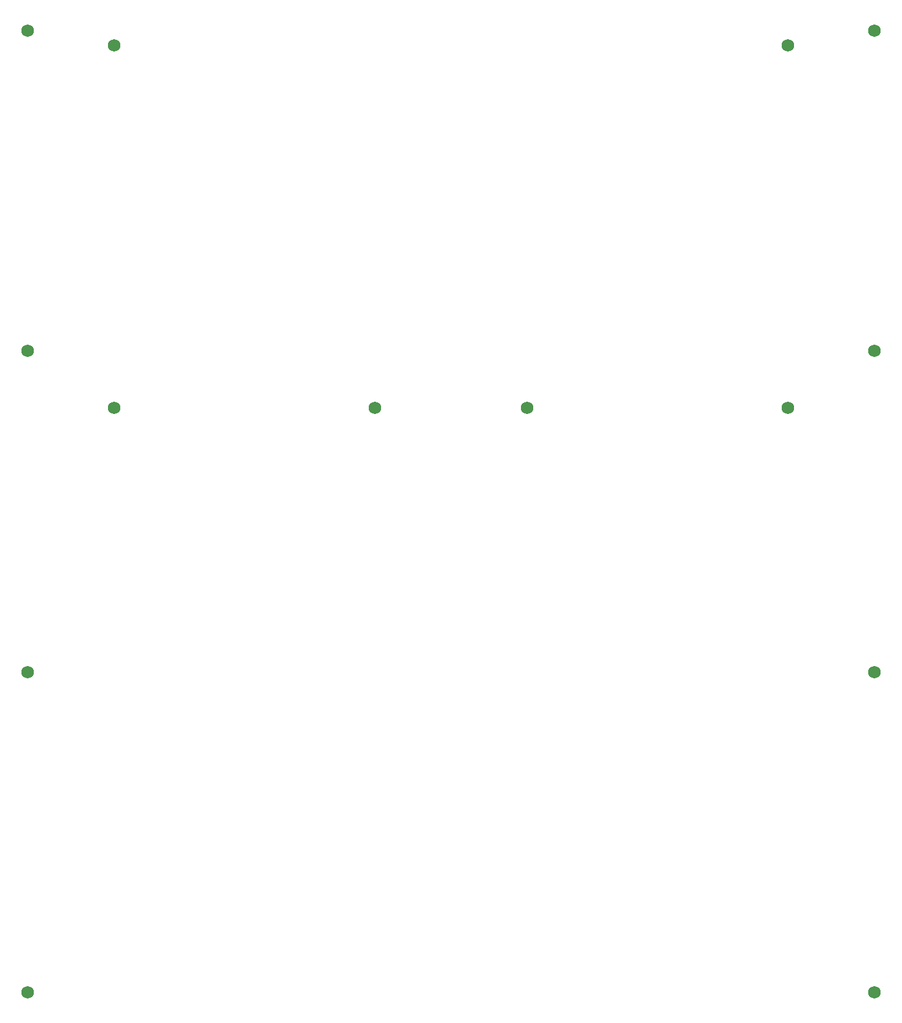
<source format=gts>
G04 Layer_Color=20142*
%FSLAX25Y25*%
%MOIN*%
G70*
G01*
G75*
%ADD11C,0.06800*%
D11*
X124409Y147638D02*
D03*
Y321654D02*
D03*
Y670472D02*
D03*
Y496457D02*
D03*
X584252D02*
D03*
Y670472D02*
D03*
Y321654D02*
D03*
Y147638D02*
D03*
X171260Y662205D02*
D03*
X537402D02*
D03*
X395669Y465354D02*
D03*
X312992D02*
D03*
X537402D02*
D03*
X171260D02*
D03*
M02*

</source>
